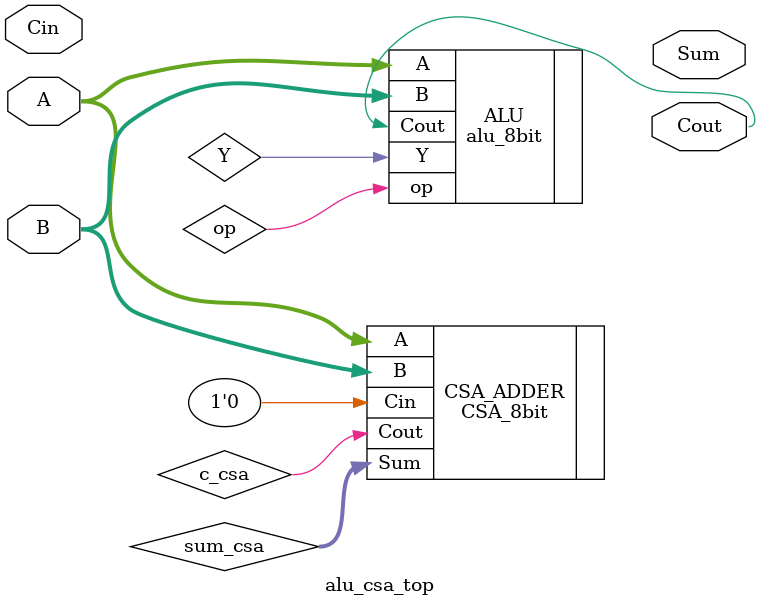
<source format=v>
`timescale 1ns / 1ps


module alu_csa_top(
    input  [7:0] A,
    input  [7:0] B,
    input        Cin,
    output [7:0] Sum,
    output       Cout
    );
    
    wire [7:0] sum_csa;
    wire c_csa;
    
        CSA_8bit CSA_ADDER (
            .A(A),
            .B(B),
            .Cin(1'b0),
            .Sum(sum_csa),
            .Cout(c_csa)
        );
    
        alu_8bit ALU (
            .A(A),
            .B(B),
            .op(op),
            .Y(Y),
            .Cout(Cout)
        );
endmodule

</source>
